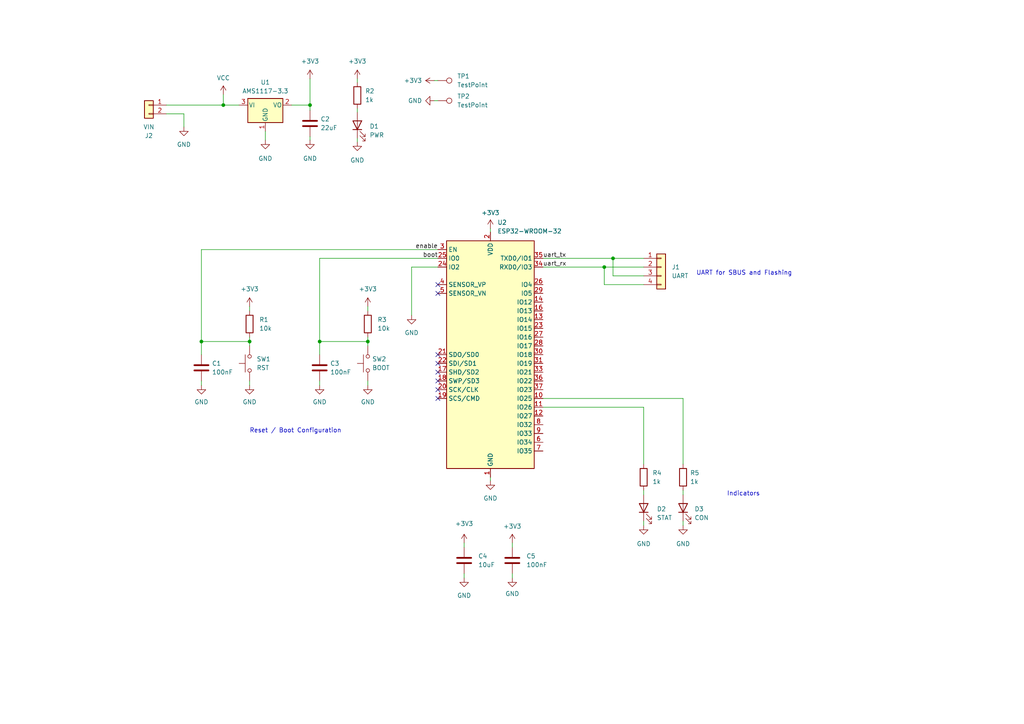
<source format=kicad_sch>
(kicad_sch (version 20231120) (generator "eeschema") (generator_version "8.0")
  (paper "A4")
  (title_block (title "Gamepad RC Stack") (date "2023-04-30") (rev "A") (comment 1 "Author: Natesh Narain"))
  (lib_symbols
    (symbol "Connector:TestPoint" (pin_numbers hide) (pin_names (offset 0.762) hide)
      (property "Reference" "TP" (at 0 6.858 0))
      (property "Value" "TestPoint" (at 0 5.08 0))
      (symbol "TestPoint_0_1"
        (circle (center 0 3.302) (radius 0.762))
      )
      (symbol "TestPoint_1_1"
        (pin passive line (at 0 0 90) (length 2.54) (name "1") (number "1"))
      )
    )
    (symbol "Connector_Generic:Conn_01x02" (pin_names (offset 1.016) hide)
      (property "Reference" "J" (at 0 2.54 0))
      (property "Value" "Conn_01x02" (at 0 -5.08 0))
      (symbol "Conn_01x02_1_1"
        (rectangle (start -1.27 -2.413) (end 0 -2.667) (stroke (width 0.1524)))
        (rectangle (start -1.27 0.127) (end 0 -0.127) (stroke (width 0.1524)))
        (rectangle (start -1.27 1.27) (end 1.27 -3.81) (stroke (width 0.254)) (fill (type background)))
        (pin passive line (at -5.08 0 0) (length 3.81) (name "Pin_1") (number "1"))
        (pin passive line (at -5.08 -2.54 0) (length 3.81) (name "Pin_2") (number "2"))
      )
    )
    (symbol "Connector_Generic:Conn_01x04" (pin_names (offset 1.016) hide)
      (property "Reference" "J" (at 0 5.08 0))
      (property "Value" "Conn_01x04" (at 0 -7.62 0))
      (symbol "Conn_01x04_1_1"
        (rectangle (start -1.27 -4.953) (end 0 -5.207) (stroke (width 0.1524)))
        (rectangle (start -1.27 -2.413) (end 0 -2.667) (stroke (width 0.1524)))
        (rectangle (start -1.27 0.127) (end 0 -0.127) (stroke (width 0.1524)))
        (rectangle (start -1.27 2.667) (end 0 2.413) (stroke (width 0.1524)))
        (rectangle (start -1.27 3.81) (end 1.27 -6.35) (stroke (width 0.254)) (fill (type background)))
        (pin passive line (at -5.08 2.54 0) (length 3.81) (name "Pin_1") (number "1"))
        (pin passive line (at -5.08 0 0) (length 3.81) (name "Pin_2") (number "2"))
        (pin passive line (at -5.08 -2.54 0) (length 3.81) (name "Pin_3") (number "3"))
        (pin passive line (at -5.08 -5.08 0) (length 3.81) (name "Pin_4") (number "4"))
      )
    )
    (symbol "Device:C" (pin_numbers hide) (pin_names (offset 0.254))
      (property "Reference" "C" (at 0.635 2.54 0))
      (property "Value" "C" (at 0.635 -2.54 0))
      (symbol "C_0_1"
        (polyline (pts (xy -2.032 -0.762) (xy 2.032 -0.762)) (stroke (width 0.508)))
        (polyline (pts (xy -2.032 0.762) (xy 2.032 0.762)) (stroke (width 0.508)))
      )
      (symbol "C_1_1"
        (pin passive line (at 0 3.81 270) (length 2.794) (name "~") (number "1"))
        (pin passive line (at 0 -3.81 90) (length 2.794) (name "~") (number "2"))
      )
    )
    (symbol "Device:LED" (pin_numbers hide) (pin_names (offset 1.016) hide)
      (property "Reference" "D" (at 0 2.54 0))
      (property "Value" "LED" (at 0 -2.54 0))
      (symbol "LED_0_1"
        (polyline (pts (xy -1.27 -1.27) (xy -1.27 1.27)) (stroke (width 0.254)))
        (polyline (pts (xy -1.27 0) (xy 1.27 0)))
        (polyline (pts (xy 1.27 -1.27) (xy 1.27 1.27) (xy -1.27 0) (xy 1.27 -1.27)) (stroke (width 0.254)))
        (polyline (pts (xy -3.048 -0.762) (xy -4.572 -2.286) (xy -3.81 -2.286) (xy -4.572 -2.286) (xy -4.572 -1.524)))
        (polyline (pts (xy -1.778 -0.762) (xy -3.302 -2.286) (xy -2.54 -2.286) (xy -3.302 -2.286) (xy -3.302 -1.524)))
      )
      (symbol "LED_1_1"
        (pin passive line (at -3.81 0 0) (length 2.54) (name "K") (number "1"))
        (pin passive line (at 3.81 0 180) (length 2.54) (name "A") (number "2"))
      )
    )
    (symbol "Device:R" (pin_numbers hide) (pin_names (offset 0))
      (property "Reference" "R" (at 2.032 0 90))
      (property "Value" "R" (at 0 0 90))
      (symbol "R_0_1"
        (rectangle (start -1.016 -2.54) (end 1.016 2.54) (stroke (width 0.254)))
      )
      (symbol "R_1_1"
        (pin passive line (at 0 3.81 270) (length 1.27) (name "~") (number "1"))
        (pin passive line (at 0 -3.81 90) (length 1.27) (name "~") (number "2"))
      )
    )
    (symbol "GND_1" (power) (pin_names (offset 0))
      (property "Value" "GND_1" (at 0 -3.81 0))
      (symbol "GND_1_0_1"
        (polyline (pts (xy 0 0) (xy 0 -1.27) (xy 1.27 -1.27) (xy 0 -2.54) (xy -1.27 -1.27) (xy 0 -1.27)))
      )
      (symbol "GND_1_1_1"
        (pin power_in line (at 0 0 270) (length 0) hide (name "GND") (number "1"))
      )
    )
    (symbol "RF_Module:ESP32-WROOM-32"
      (property "Reference" "U?" (at 2.0194 38.354 0))
      (property "Value" "ESP32-WROOM-32" (at 2.0194 35.814 0))
      (symbol "ESP32-WROOM-32_0_1"
        (rectangle (start -12.7 33.02) (end 12.7 -33.02) (stroke (width 0.254)) (fill (type background)))
      )
      (symbol "ESP32-WROOM-32_1_1"
        (pin power_in line (at 0 -35.56 90) (length 2.54) (name "GND") (number "1"))
        (pin bidirectional line (at 15.24 -12.7 180) (length 2.54) (name "IO25") (number "10"))
        (pin bidirectional line (at 15.24 -15.24 180) (length 2.54) (name "IO26") (number "11"))
        (pin bidirectional line (at 15.24 -17.78 180) (length 2.54) (name "IO27") (number "12"))
        (pin bidirectional line (at 15.24 10.16 180) (length 2.54) (name "IO14") (number "13"))
        (pin bidirectional line (at 15.24 15.24 180) (length 2.54) (name "IO12") (number "14"))
        (pin passive line (at 0 -35.56 90) (length 2.54) hide (name "GND") (number "15"))
        (pin bidirectional line (at 15.24 12.7 180) (length 2.54) (name "IO13") (number "16"))
        (pin bidirectional line (at -15.24 -5.08 0) (length 2.54) (name "SHD/SD2") (number "17"))
        (pin bidirectional line (at -15.24 -7.62 0) (length 2.54) (name "SWP/SD3") (number "18"))
        (pin bidirectional line (at -15.24 -12.7 0) (length 2.54) (name "SCS/CMD") (number "19"))
        (pin power_in line (at 0 35.56 270) (length 2.54) (name "VDD") (number "2"))
        (pin bidirectional line (at -15.24 -10.16 0) (length 2.54) (name "SCK/CLK") (number "20"))
        (pin bidirectional line (at -15.24 0 0) (length 2.54) (name "SDO/SD0") (number "21"))
        (pin bidirectional line (at -15.24 -2.54 0) (length 2.54) (name "SDI/SD1") (number "22"))
        (pin bidirectional line (at 15.24 7.62 180) (length 2.54) (name "IO15") (number "23"))
        (pin bidirectional line (at -15.24 25.4 0) (length 2.54) (name "IO2") (number "24"))
        (pin bidirectional line (at -15.24 27.94 0) (length 2.54) (name "IO0") (number "25"))
        (pin bidirectional line (at 15.24 20.32 180) (length 2.54) (name "IO4") (number "26"))
        (pin bidirectional line (at 15.24 5.08 180) (length 2.54) (name "IO16") (number "27"))
        (pin bidirectional line (at 15.24 2.54 180) (length 2.54) (name "IO17") (number "28"))
        (pin bidirectional line (at 15.24 17.78 180) (length 2.54) (name "IO5") (number "29"))
        (pin input line (at -15.24 30.48 0) (length 2.54) (name "EN") (number "3"))
        (pin bidirectional line (at 15.24 0 180) (length 2.54) (name "IO18") (number "30"))
        (pin bidirectional line (at 15.24 -2.54 180) (length 2.54) (name "IO19") (number "31"))
        (pin no_connect line (at -12.7 -27.94 0) (length 2.54) hide (name "NC") (number "32"))
        (pin bidirectional line (at 15.24 -5.08 180) (length 2.54) (name "IO21") (number "33"))
        (pin bidirectional line (at 15.24 25.4 180) (length 2.54) (name "RXD0/IO3") (number "34"))
        (pin bidirectional line (at 15.24 27.94 180) (length 2.54) (name "TXD0/IO1") (number "35"))
        (pin bidirectional line (at 15.24 -7.62 180) (length 2.54) (name "IO22") (number "36"))
        (pin bidirectional line (at 15.24 -10.16 180) (length 2.54) (name "IO23") (number "37"))
        (pin passive line (at 0 -35.56 90) (length 2.54) hide (name "GND") (number "38"))
        (pin passive line (at 0 -35.56 90) (length 2.54) hide (name "GND") (number "39"))
        (pin input line (at -15.24 20.32 0) (length 2.54) (name "SENSOR_VP") (number "4"))
        (pin input line (at -15.24 17.78 0) (length 2.54) (name "SENSOR_VN") (number "5"))
        (pin input line (at 15.24 -25.4 180) (length 2.54) (name "IO34") (number "6"))
        (pin input line (at 15.24 -27.94 180) (length 2.54) (name "IO35") (number "7"))
        (pin bidirectional line (at 15.24 -20.32 180) (length 2.54) (name "IO32") (number "8"))
        (pin bidirectional line (at 15.24 -22.86 180) (length 2.54) (name "IO33") (number "9"))
      )
    )
    (symbol "Regulator_Linear:AMS1117-3.3" (pin_names (offset 0.254))
      (property "Reference" "U" (at -3.81 3.175 0))
      (property "Value" "AMS1117-3.3" (at 0 3.175 0))
      (symbol "AMS1117-3.3_0_1"
        (rectangle (start -5.08 -5.08) (end 5.08 1.905) (stroke (width 0.254)) (fill (type background)))
      )
      (symbol "AMS1117-3.3_1_1"
        (pin power_in line (at 0 -7.62 90) (length 2.54) (name "GND") (number "1"))
        (pin power_out line (at 7.62 0 180) (length 2.54) (name "VO") (number "2"))
        (pin power_in line (at -7.62 0 0) (length 2.54) (name "VI") (number "3"))
      )
    )
    (symbol "Switch:SW_Push" (pin_numbers hide) (pin_names (offset 1.016) hide)
      (property "Reference" "SW" (at 1.27 2.54 0))
      (property "Value" "SW_Push" (at 0 -1.524 0))
      (symbol "SW_Push_0_1"
        (circle (center -2.032 0) (radius 0.508))
        (polyline (pts (xy 0 1.27) (xy 0 3.048)))
        (polyline (pts (xy 2.54 1.27) (xy -2.54 1.27)))
        (circle (center 2.032 0) (radius 0.508))
        (pin passive line (at -5.08 0 0) (length 2.54) (name "1") (number "1"))
        (pin passive line (at 5.08 0 180) (length 2.54) (name "2") (number "2"))
      )
    )
    (symbol "power:+3V3" (power) (pin_names (offset 0))
      (property "Value" "+3V3" (at 0 3.556 0))
      (symbol "+3V3_0_1"
        (polyline (pts (xy -0.762 1.27) (xy 0 2.54)))
        (polyline (pts (xy 0 0) (xy 0 2.54)))
        (polyline (pts (xy 0 2.54) (xy 0.762 1.27)))
      )
      (symbol "+3V3_1_1"
        (pin power_in line (at 0 0 90) (length 0) hide (name "+3V3") (number "1"))
      )
    )
    (symbol "power:GND" (power) (pin_names (offset 0))
      (property "Value" "GND" (at 0 -3.81 0))
      (symbol "GND_0_1"
        (polyline (pts (xy 0 0) (xy 0 -1.27) (xy 1.27 -1.27) (xy 0 -2.54) (xy -1.27 -1.27) (xy 0 -1.27)))
      )
      (symbol "GND_1_1"
        (pin power_in line (at 0 0 270) (length 0) hide (name "GND") (number "1"))
      )
    )
    (symbol "power:VCC" (power) (pin_names (offset 0))
      (property "Value" "VCC" (at 0 3.81 0))
      (symbol "VCC_0_1"
        (polyline (pts (xy -0.762 1.27) (xy 0 2.54)))
        (polyline (pts (xy 0 0) (xy 0 2.54)))
        (polyline (pts (xy 0 2.54) (xy 0.762 1.27)))
      )
      (symbol "VCC_1_1"
        (pin power_in line (at 0 0 90) (length 0) hide (name "VCC") (number "1"))
      )
    )
  )
  (junction (at 175.26 77.47))
  (junction (at 177.8 74.93))
  (junction (at 64.77 30.48))
  (junction (at 106.68 99.06))
  (junction (at 72.39 99.06))
  (junction (at 58.42 99.06))
  (junction (at 89.916 30.48))
  (junction (at 92.71 99.06))
  (no_connect (at 127 105.41))
  (no_connect (at 127 102.87))
  (no_connect (at 127 110.49))
  (no_connect (at 127 113.03))
  (no_connect (at 127 107.95))
  (no_connect (at 127 82.55))
  (no_connect (at 127 85.09))
  (no_connect (at 127 115.57))
  (wire (pts (xy 186.69 142.24) (xy 186.69 143.51)))
  (wire (pts (xy 198.12 142.24) (xy 198.12 143.51)))
  (wire (pts (xy 84.582 30.48) (xy 89.916 30.48)))
  (wire (pts (xy 92.71 74.93) (xy 92.71 99.06)))
  (wire (pts (xy 64.77 30.48) (xy 64.77 27.432)))
  (wire (pts (xy 72.39 99.06) (xy 72.39 100.33)))
  (wire (pts (xy 76.962 38.1) (xy 76.962 40.64)))
  (wire (pts (xy 186.69 80.01) (xy 177.8 80.01)))
  (wire (pts (xy 58.42 72.39) (xy 58.42 99.06)))
  (wire (pts (xy 89.916 22.86) (xy 89.916 30.48)))
  (wire (pts (xy 92.71 99.06) (xy 92.71 102.87)))
  (wire (pts (xy 106.68 97.79) (xy 106.68 99.06)))
  (wire (pts (xy 72.39 97.79) (xy 72.39 99.06)))
  (wire (pts (xy 134.62 157.48) (xy 134.62 158.75)))
  (wire (pts (xy 89.916 30.48) (xy 89.916 32.004)))
  (wire (pts (xy 157.48 118.11) (xy 186.69 118.11)))
  (wire (pts (xy 134.62 166.37) (xy 134.62 167.64)))
  (wire (pts (xy 119.38 77.47) (xy 119.38 91.44)))
  (wire (pts (xy 198.12 115.57) (xy 157.48 115.57)))
  (wire (pts (xy 142.24 138.43) (xy 142.24 139.446)))
  (wire (pts (xy 175.26 77.47) (xy 175.26 82.55)))
  (wire (pts (xy 92.71 110.49) (xy 92.71 111.76)))
  (wire (pts (xy 106.68 88.9) (xy 106.68 90.17)))
  (wire (pts (xy 53.34 33.02) (xy 53.34 36.83)))
  (wire (pts (xy 186.69 118.11) (xy 186.69 134.62)))
  (wire (pts (xy 58.42 99.06) (xy 72.39 99.06)))
  (wire (pts (xy 127 77.47) (xy 119.38 77.47)))
  (wire (pts (xy 177.8 80.01) (xy 177.8 74.93)))
  (wire (pts (xy 89.916 39.624) (xy 89.916 40.64)))
  (wire (pts (xy 127 74.93) (xy 92.71 74.93)))
  (wire (pts (xy 106.68 99.06) (xy 106.68 100.33)))
  (wire (pts (xy 48.26 30.48) (xy 64.77 30.48)))
  (wire (pts (xy 48.26 33.02) (xy 53.34 33.02)))
  (wire (pts (xy 58.42 99.06) (xy 58.42 102.87)))
  (wire (pts (xy 186.69 151.13) (xy 186.69 152.4)))
  (wire (pts (xy 69.342 30.48) (xy 64.77 30.48)))
  (wire (pts (xy 148.59 166.37) (xy 148.59 167.64)))
  (wire (pts (xy 103.632 31.496) (xy 103.632 32.512)))
  (wire (pts (xy 72.39 110.49) (xy 72.39 111.76)))
  (wire (pts (xy 58.42 110.49) (xy 58.42 111.76)))
  (wire (pts (xy 125.984 29.21) (xy 127 29.21)))
  (wire (pts (xy 198.12 134.62) (xy 198.12 115.57)))
  (wire (pts (xy 148.59 157.48) (xy 148.59 158.75)))
  (wire (pts (xy 106.68 110.49) (xy 106.68 111.76)))
  (wire (pts (xy 186.69 82.55) (xy 175.26 82.55)))
  (wire (pts (xy 157.48 77.47) (xy 175.26 77.47)))
  (wire (pts (xy 125.984 23.368) (xy 127 23.368)))
  (wire (pts (xy 175.26 77.47) (xy 186.69 77.47)))
  (wire (pts (xy 142.24 66.294) (xy 142.24 67.31)))
  (wire (pts (xy 177.8 74.93) (xy 186.69 74.93)))
  (wire (pts (xy 198.12 151.13) (xy 198.12 152.4)))
  (wire (pts (xy 157.48 74.93) (xy 177.8 74.93)))
  (wire (pts (xy 72.39 88.9) (xy 72.39 90.17)))
  (wire (pts (xy 127 72.39) (xy 58.42 72.39)))
  (wire (pts (xy 92.71 99.06) (xy 106.68 99.06)))
  (wire (pts (xy 103.632 40.132) (xy 103.632 41.148)))
  (wire (pts (xy 103.632 22.86) (xy 103.632 23.876)))
  (text "UART for SBUS and Flashing" (at 201.93 80.01 0) (effects (font (size 1.27 1.27)) (justify left bottom)))
  (text "Indicators" (at 210.82 144.018 0) (effects (font (size 1.27 1.27)) (justify left bottom)))
  (text "Reset / Boot Configuration" (at 99.06 125.73 0) (effects (font (size 1.27 1.27)) (justify right bottom)))
  (label "boot" (at 127 74.93 180))
  (label "uart_tx" (at 157.48 74.93 0))
  (label "enable" (at 127 72.39 180))
  (label "uart_rx" (at 157.48 77.47 0))
  (symbol (lib_id "power:GND") (at 58.42 111.76 0) (unit 1)
    (property "Reference" "#PWR03" (effects (hide yes)))
    (property "Value" "GND" (at 58.42 116.586 0))
  )
  (symbol (lib_id "power:GND") (at 119.38 91.44 0) (unit 1)
    (property "Reference" "#PWR014" (effects (hide yes)))
    (property "Value" "GND" (at 119.38 96.52 0))
  )
  (symbol (lib_id "power:+3V3") (at 106.68 88.9 0) (unit 1)
    (property "Reference" "#PWR012" (effects (hide yes)))
    (property "Value" "+3V3" (at 106.68 83.82 0))
  )
  (symbol (lib_id "Switch:SW_Push") (at 106.68 105.41 90) (unit 1)
    (property "Reference" "SW2" (at 107.95 104.1399 90) (effects (justify right)))
    (property "Value" "BOOT" (at 107.95 106.6799 90) (effects (justify right)))
    (property "Footprint" "tactile_switches:TS-1088-AR02016" (effects (hide yes)))
    (property "LCSC" "C720477" (effects (hide yes)))
  )
  (symbol (lib_id "power:+3V3") (at 134.62 157.48 0) (unit 1)
    (property "Reference" "#PWR015" (effects (hide yes)))
    (property "Value" "+3V3" (at 134.62 151.892 0))
  )
  (symbol (lib_id "power:+3V3") (at 148.59 157.48 0) (unit 1)
    (property "Reference" "#PWR019" (effects (hide yes)))
    (property "Value" "+3V3" (at 148.59 152.654 0))
  )
  (symbol (lib_id "Device:LED") (at 103.632 36.322 90) (unit 1)
    (property "Reference" "D1" (at 107.188 36.6395 90) (effects (justify right)))
    (property "Value" "PWR" (at 107.188 39.1795 90) (effects (justify right)))
    (property "Footprint" "LED_SMD:LED_0603_1608Metric" (effects (hide yes)))
    (property "LCSC" "C2286" (effects (hide yes)))
  )
  (symbol (lib_id "Connector:TestPoint") (at 127 23.368 270) (unit 1)
    (property "Reference" "TP1" (at 132.588 22.0979 90) (effects (justify left)))
    (property "Value" "TestPoint" (at 132.588 24.6379 90) (effects (justify left)))
    (property "Footprint" "TestPoint:TestPoint_Pad_1.0x1.0mm" (effects (hide yes)))
  )
  (symbol (lib_id "power:GND") (at 142.24 139.446 0) (unit 1)
    (property "Reference" "#PWR018" (effects (hide yes)))
    (property "Value" "GND" (at 142.24 144.526 0))
  )
  (symbol (lib_id "power:VCC") (at 64.77 27.432 0) (unit 1)
    (property "Reference" "#PWR01" (effects (hide yes)))
    (property "Value" "VCC" (at 64.77 22.606 0))
  )
  (symbol (lib_id "power:GND") (at 125.984 29.21 270) (unit 1)
    (property "Reference" "#PWR011" (effects (hide yes)))
    (property "Value" "GND" (at 122.428 29.2099 90) (effects (justify right)))
  )
  (symbol (lib_id "Device:R") (at 103.632 27.686 0) (unit 1)
    (property "Reference" "R2" (at 105.918 26.4159 0) (effects (justify left)))
    (property "Value" "1k" (at 105.918 28.9559 0) (effects (justify left)))
    (property "Footprint" "Resistor_SMD:R_0402_1005Metric" (effects (hide yes)))
    (property "LCSC" "C25543" (effects (hide yes)))
  )
  (symbol (lib_id "power:+3V3") (at 103.632 22.86 0) (unit 1)
    (property "Reference" "#PWR07" (effects (hide yes)))
    (property "Value" "+3V3" (at 103.632 17.78 0))
  )
  (symbol (lib_id "Switch:SW_Push") (at 72.39 105.41 90) (unit 1)
    (property "Reference" "SW1" (at 74.422 104.1399 90) (effects (justify right)))
    (property "Value" "RST" (at 74.422 106.6799 90) (effects (justify right)))
    (property "Footprint" "tactile_switches:TS-1088-AR02016" (effects (hide yes)))
    (property "LCSC" "C720477" (effects (hide yes)))
  )
  (symbol (lib_id "Connector_Generic:Conn_01x04") (at 191.77 77.47 0) (unit 1)
    (property "Reference" "J1" (at 194.818 77.4699 0) (effects (justify left)))
    (property "Value" "UART" (at 194.818 80.0099 0) (effects (justify left)))
    (property "Footprint" "Connector_PinHeader_2.54mm:PinHeader_1x04_P2.54mm_Vertical" (effects (hide yes)))
  )
  (symbol (lib_id "Device:LED") (at 186.69 147.32 90) (unit 1)
    (property "Reference" "D2" (at 190.5 147.6374 90) (effects (justify right)))
    (property "Value" "STAT" (at 190.5 150.1774 90) (effects (justify right)))
    (property "Footprint" "LED_SMD:LED_0603_1608Metric" (effects (hide yes)))
    (property "Datasheet" "https://wmsc.lcsc.com/wmsc/upload/file/pdf/v2/lcsc/2306061155_Wurth-Elektronik-150060GS75000_C5252984.pdf" (effects (hide yes)))
    (property "LCSC" "C5252984" (effects (hide yes)))
  )
  (symbol (lib_id "power:GND") (at 186.69 152.4 0) (unit 1)
    (property "Reference" "#PWR021" (effects (hide yes)))
    (property "Value" "GND" (at 186.69 157.734 0))
  )
  (symbol (lib_id "Device:R") (at 72.39 93.98 0) (unit 1)
    (property "Reference" "R1" (at 75.184 92.7099 0) (effects (justify left)))
    (property "Value" "10k" (at 75.184 95.2499 0) (effects (justify left)))
    (property "Footprint" "Resistor_SMD:R_0402_1005Metric" (effects (hide yes)))
    (property "LCSC" "C25744" (effects (hide yes)))
  )
  (symbol (lib_id "power:GND") (at 148.59 167.64 0) (unit 1)
    (property "Reference" "#PWR020" (effects (hide yes)))
    (property "Value" "GND" (at 148.59 172.212 0))
  )
  (symbol (lib_id "power:GND") (at 106.68 111.76 0) (unit 1)
    (property "Reference" "#PWR013" (effects (hide yes)))
    (property "Value" "GND" (at 106.68 116.586 0))
  )
  (symbol (lib_id "Device:R") (at 198.12 138.43 0) (unit 1)
    (property "Reference" "R5" (at 200.152 137.1599 0) (effects (justify left)))
    (property "Value" "1k" (at 200.152 139.6999 0) (effects (justify left)))
    (property "Footprint" "Resistor_SMD:R_0402_1005Metric" (effects (hide yes)))
    (property "LCSC" "C25543" (effects (hide yes)))
  )
  (symbol (lib_id "Device:C") (at 148.59 162.56 0) (unit 1)
    (property "Reference" "C5" (at 152.654 161.2899 0) (effects (justify left)))
    (property "Value" "100nF" (at 152.654 163.8299 0) (effects (justify left)))
    (property "Footprint" "Capacitor_SMD:C_0402_1005Metric" (effects (hide yes)))
    (property "LCSC" "C307331" (effects (hide yes)))
  )
  (symbol (lib_id "power:GND") (at 198.12 152.4 0) (unit 1)
    (property "Reference" "#PWR022" (effects (hide yes)))
    (property "Value" "GND" (at 198.12 157.734 0))
  )
  (symbol (lib_id "power:+3V3") (at 89.916 22.86 0) (unit 1)
    (property "Reference" "#PWR023" (effects (hide yes)))
    (property "Value" "+3V3" (at 89.916 17.78 0))
  )
  (symbol (lib_id "Connector:TestPoint") (at 127 29.21 270) (unit 1)
    (property "Reference" "TP2" (at 132.588 27.9399 90) (effects (justify left)))
    (property "Value" "TestPoint" (at 132.588 30.4799 90) (effects (justify left)))
    (property "Footprint" "TestPoint:TestPoint_Pad_1.0x1.0mm" (effects (hide yes)))
  )
  (symbol (lib_id "power:+3V3") (at 142.24 66.294 0) (unit 1)
    (property "Reference" "#PWR017" (effects (hide yes)))
    (property "Value" "+3V3" (at 142.24 61.722 0))
  )
  (symbol (lib_name "GND_1") (lib_id "power:GND") (at 53.34 36.83 0) (unit 1)
    (property "Reference" "#PWR024" (effects (hide yes)))
    (property "Value" "GND" (at 53.34 41.91 0))
  )
  (symbol (lib_id "power:GND") (at 89.916 40.64 0) (unit 1)
    (property "Reference" "#PWR04" (effects (hide yes)))
    (property "Value" "GND" (at 89.916 45.974 0))
  )
  (symbol (lib_id "power:+3V3") (at 125.984 23.368 90) (unit 1)
    (property "Reference" "#PWR010" (effects (hide yes)))
    (property "Value" "+3V3" (at 122.428 23.3679 90) (effects (justify left)))
  )
  (symbol (lib_id "Device:R") (at 106.68 93.98 0) (unit 1)
    (property "Reference" "R3" (at 109.474 92.7099 0) (effects (justify left)))
    (property "Value" "10k" (at 109.474 95.2499 0) (effects (justify left)))
    (property "Footprint" "Resistor_SMD:R_0402_1005Metric" (effects (hide yes)))
    (property "LCSC" "C25744" (effects (hide yes)))
  )
  (symbol (lib_id "Connector_Generic:Conn_01x02") (at 43.18 30.48 0) (mirror y) (unit 1)
    (property "Reference" "J2" (at 43.18 39.37 0))
    (property "Value" "VIN" (at 43.18 36.83 0))
    (property "Footprint" "Connector_PinHeader_2.54mm:PinHeader_1x02_P2.54mm_Vertical" (effects (hide yes)))
  )
  (symbol (lib_id "power:GND") (at 134.62 167.64 0) (unit 1)
    (property "Reference" "#PWR016" (effects (hide yes)))
    (property "Value" "GND" (at 134.62 172.72 0))
  )
  (symbol (lib_id "power:GND") (at 76.962 40.64 0) (unit 1)
    (property "Reference" "#PWR02" (effects (hide yes)))
    (property "Value" "GND" (at 76.962 45.974 0))
  )
  (symbol (lib_id "power:+3V3") (at 72.39 88.9 0) (unit 1)
    (property "Reference" "#PWR05" (effects (hide yes)))
    (property "Value" "+3V3" (at 72.39 83.82 0))
  )
  (symbol (lib_id "power:GND") (at 103.632 41.148 0) (unit 1)
    (property "Reference" "#PWR08" (effects (hide yes)))
    (property "Value" "GND" (at 103.632 46.482 0))
  )
  (symbol (lib_id "Device:C") (at 134.62 162.56 0) (unit 1)
    (property "Reference" "C4" (at 138.684 161.2899 0) (effects (justify left)))
    (property "Value" "10uF" (at 138.684 163.8299 0) (effects (justify left)))
    (property "Footprint" "Capacitor_SMD:C_0402_1005Metric" (effects (hide yes)))
    (property "LCSC" "C15525" (effects (hide yes)))
  )
  (symbol (lib_id "Device:LED") (at 198.12 147.32 90) (unit 1)
    (property "Reference" "D3" (at 201.422 147.6374 90) (effects (justify right)))
    (property "Value" "CON" (at 201.422 150.1774 90) (effects (justify right)))
    (property "Footprint" "LED_SMD:LED_0603_1608Metric" (effects (hide yes)))
    (property "Datasheet" "https://wmsc.lcsc.com/wmsc/upload/file/pdf/v2/lcsc/2306061153_Wurth-Elektronik-150060BS75000_C5197644.pdf" (effects (hide yes)))
    (property "LCSC" "C5197644" (effects (hide yes)))
  )
  (symbol (lib_id "Regulator_Linear:AMS1117-3.3") (at 76.962 30.48 0) (unit 1)
    (property "Reference" "U1" (at 76.962 23.876 0))
    (property "Value" "AMS1117-3.3" (at 76.962 26.416 0))
    (property "Footprint" "Package_TO_SOT_SMD:SOT-223-3_TabPin2" (effects (hide yes)))
    (property "Datasheet" "http://www.advanced-monolithic.com/pdf/ds1117.pdf" (effects (hide yes)))
    (property "LCSC" "C6186" (effects (hide yes)))
  )
  (symbol (lib_id "Device:R") (at 186.69 138.43 0) (unit 1)
    (property "Reference" "R4" (at 189.23 137.1599 0) (effects (justify left)))
    (property "Value" "1k" (at 189.23 139.6999 0) (effects (justify left)))
    (property "Footprint" "Resistor_SMD:R_0402_1005Metric" (effects (hide yes)))
    (property "LCSC" "C25543" (effects (hide yes)))
  )
  (symbol (lib_id "power:GND") (at 92.71 111.76 0) (unit 1)
    (property "Reference" "#PWR09" (effects (hide yes)))
    (property "Value" "GND" (at 92.71 116.586 0))
  )
  (symbol (lib_id "Device:C") (at 58.42 106.68 0) (unit 1)
    (property "Reference" "C1" (at 61.468 105.4099 0) (effects (justify left)))
    (property "Value" "100nF" (at 61.468 107.9499 0) (effects (justify left)))
    (property "Footprint" "Capacitor_SMD:C_0402_1005Metric" (effects (hide yes)))
    (property "LCSC" "C307331" (effects (hide yes)))
  )
  (symbol (lib_id "Device:C") (at 92.71 106.68 0) (unit 1)
    (property "Reference" "C3" (at 95.758 105.4099 0) (effects (justify left)))
    (property "Value" "100nF" (at 95.758 107.9499 0) (effects (justify left)))
    (property "Footprint" "Capacitor_SMD:C_0402_1005Metric" (effects (hide yes)))
    (property "LCSC" "C307331" (effects (hide yes)))
  )
  (symbol (lib_id "power:GND") (at 72.39 111.76 0) (unit 1)
    (property "Reference" "#PWR06" (effects (hide yes)))
    (property "Value" "GND" (at 72.39 116.586 0))
  )
  (symbol (lib_id "RF_Module:ESP32-WROOM-32") (at 142.24 102.87 0) (unit 1)
    (property "Reference" "U2" (at 144.2594 64.516 0) (effects (justify left)))
    (property "Value" "ESP32-WROOM-32" (at 144.2594 67.056 0) (effects (justify left)))
    (property "Footprint" "RF_Module:ESP32-WROOM-32" (effects (hide yes)))
    (property "Datasheet" "https://www.espressif.com/sites/default/files/documentation/esp32-wroom-32_datasheet_en.pdf" (effects (hide yes)))
    (property "LCSC" "C82899" (effects (hide yes)))
  )
  (symbol (lib_id "Device:C") (at 89.916 35.814 0) (unit 1)
    (property "Reference" "C2" (at 92.964 34.5439 0) (effects (justify left)))
    (property "Value" "22uF" (at 92.964 37.0839 0) (effects (justify left)))
    (property "Footprint" "Capacitor_Tantalum_SMD:CP_EIA-3216-18_Kemet-A" (effects (hide yes)))
    (property "LCSC" "C116575" (effects (hide yes)))
  )
)
</source>
